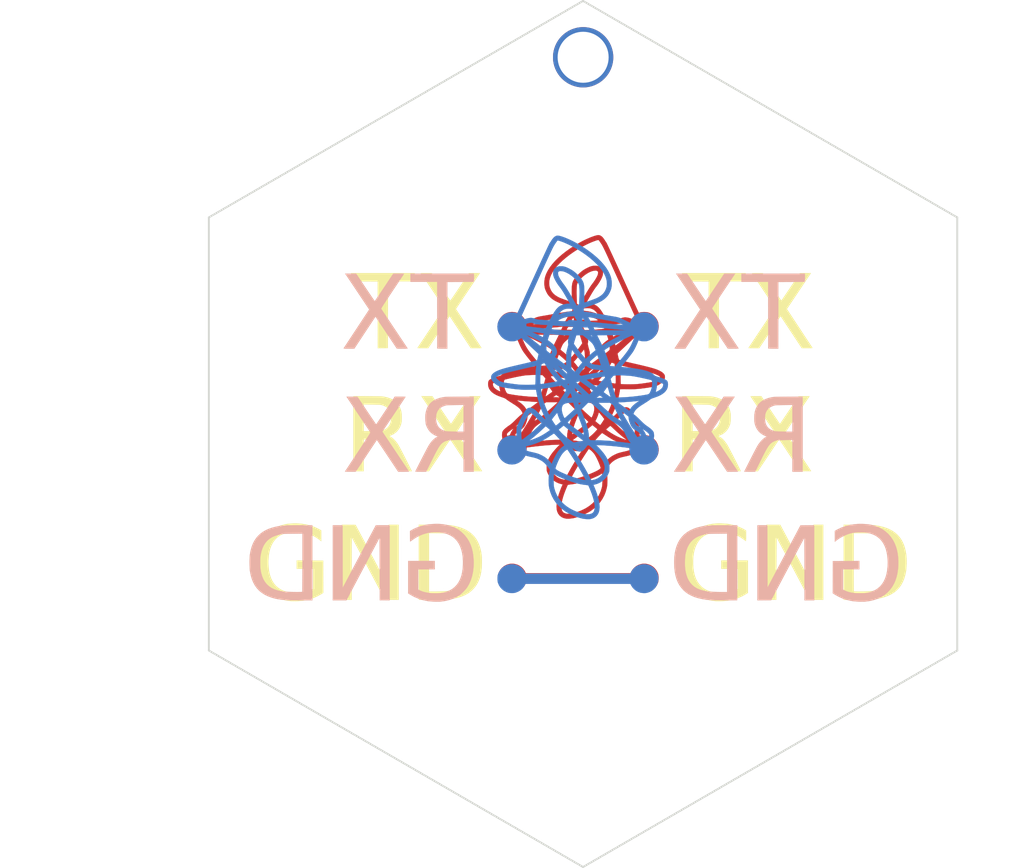
<source format=kicad_pcb>
(kicad_pcb (version 20201115) (generator pcbnew)
  (layers (0 "F.Cu" signal) (31 "B.Cu" signal) (34 "B.Paste" user) (35 "F.Paste" user) (36 "B.SilkS" user "B.Silkscreen") (37 "F.SilkS" user "F.Silkscreen") (38 "B.Mask" user) (39 "F.Mask" user) (44 "Edge.Cuts" user))
  (net 0 "")
  (footprint "art:txrx-fail-cu" (layer "F.Cu") (at 127 85.9282)
    (fp_text reference "Ref**" hide)
    (fp_text value "Val**" hide)
  )
  (footprint "art:txrx-fail-outline" (layer "F.Cu") (at 135.5852 86.0806)
    (fp_text reference "Ref**" hide)
    (fp_text value "Val**" hide)
    (fp_line (start -24.6 -13.499999) (end -4.0948 -25.364049) (layer "Edge.Cuts") (width 0.1))
    (fp_line (start 16.41041 -13.499979) (end 16.41041 10.228131) (layer "Edge.Cuts") (width 0.1))
    (fp_line (start -24.60001 10.228121) (end -24.6 -13.499999) (layer "Edge.Cuts") (width 0.1))
    (fp_line (start 16.41041 10.228131) (end 16.41041 10.228131) (layer "Edge.Cuts") (width 0.1))
    (fp_line (start 16.41041 10.228131) (end -4.0948 22.092181) (layer "Edge.Cuts") (width 0.1))
    (fp_line (start -4.0948 -25.364049) (end 16.41041 -13.499979) (layer "Edge.Cuts") (width 0.1))
    (fp_line (start -4.0948 22.092181) (end -24.60001 10.228121) (layer "Edge.Cuts") (width 0.1))
  )
  (footprint "art:txrx-fail-mask" (layer "F.Cu") (at 127 85.9282)
    (fp_text reference "Ref**" hide)
    (fp_text value "Val**" hide)
  )
  (footprint "art:txrx-fail-silk" (layer "F.Cu") (at 127.381 85.0646)
    (fp_text reference "Ref**" hide)
    (fp_text value "Val**" hide)
  )
  (footprint "art:txrx-fail-mask" (layer "B.Cu") (at 135.4328 85.955308 180)
    (fp_text reference "Ref**" hide)
    (fp_text value "Val**" hide)
  )
  (footprint "art:txrx-fail-cu" (layer "B.Cu") (at 135.4328 85.955308 180)
    (fp_text reference "Ref**" hide)
    (fp_text value "Val**" hide)
  )
  (footprint "art:txrx-fail-silk" (layer "B.Cu") (at 135.0518 85.091708 180)
    (fp_text reference "Ref**" hide)
    (fp_text value "Val**" hide)
  )
  (via (at 131.4958 63.8048) (size 3.302) (drill 2.794) (layers "F.Cu" "B.Cu") (net 0))
)
</source>
